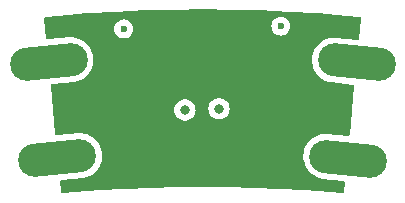
<source format=gbr>
%TF.GenerationSoftware,KiCad,Pcbnew,8.0.2-1*%
%TF.CreationDate,2024-08-19T11:26:23+02:00*%
%TF.ProjectId,PUMA_PCB_REV2,50554d41-5f50-4434-925f-524556322e6b,rev?*%
%TF.SameCoordinates,Original*%
%TF.FileFunction,Copper,L2,Inr*%
%TF.FilePolarity,Positive*%
%FSLAX46Y46*%
G04 Gerber Fmt 4.6, Leading zero omitted, Abs format (unit mm)*
G04 Created by KiCad (PCBNEW 8.0.2-1) date 2024-08-19 11:26:23*
%MOMM*%
%LPD*%
G01*
G04 APERTURE LIST*
G04 Aperture macros list*
%AMHorizOval*
0 Thick line with rounded ends*
0 $1 width*
0 $2 $3 position (X,Y) of the first rounded end (center of the circle)*
0 $4 $5 position (X,Y) of the second rounded end (center of the circle)*
0 Add line between two ends*
20,1,$1,$2,$3,$4,$5,0*
0 Add two circle primitives to create the rounded ends*
1,1,$1,$2,$3*
1,1,$1,$4,$5*%
G04 Aperture macros list end*
%TA.AperFunction,ComponentPad*%
%ADD10HorizOval,2.800000X1.890802X0.186728X-1.890802X-0.186728X0*%
%TD*%
%TA.AperFunction,ComponentPad*%
%ADD11HorizOval,2.800000X1.890802X-0.186728X-1.890802X0.186728X0*%
%TD*%
%TA.AperFunction,ViaPad*%
%ADD12C,1.000000*%
%TD*%
%TA.AperFunction,ViaPad*%
%ADD13C,0.600000*%
%TD*%
%TA.AperFunction,ViaPad*%
%ADD14C,0.800000*%
%TD*%
G04 APERTURE END LIST*
D10*
%TO.N,N/C*%
%TO.C,H1*%
X86952580Y-87434452D03*
%TD*%
%TO.N,N/C*%
%TO.C,H2*%
X87710893Y-95553914D03*
%TD*%
D11*
%TO.N,*%
%TO.C,H3*%
X113052869Y-87485539D03*
%TD*%
%TO.N,*%
%TO.C,H4*%
X112321273Y-95623988D03*
%TD*%
D12*
%TO.N,GND*%
X96638147Y-90864525D03*
X98500000Y-84365929D03*
D13*
X103500000Y-92500000D03*
D12*
X107833548Y-91070020D03*
X106000000Y-95750000D03*
X107833548Y-92423625D03*
X103500000Y-91000000D03*
X107833548Y-93778630D03*
X100500000Y-96000000D03*
D13*
X96500000Y-92500000D03*
D12*
X99000000Y-96000000D03*
X101750000Y-84250000D03*
X91750000Y-89750000D03*
D13*
%TO.N,HV+*%
X93322070Y-84647999D03*
X106628810Y-84404476D03*
D14*
%TO.N,Net-(J2-SIGNAL)*%
X101388400Y-91400879D03*
%TO.N,Net-(J3-SIGNAL)*%
X98500000Y-91500000D03*
%TD*%
%TA.AperFunction,Conductor*%
%TO.N,GND*%
G36*
X102443268Y-83009334D02*
G01*
X102445287Y-83009370D01*
X104889484Y-83074819D01*
X104891648Y-83074897D01*
X107334274Y-83183990D01*
X107336325Y-83184100D01*
X109776610Y-83336801D01*
X109778671Y-83336948D01*
X112215960Y-83533217D01*
X112217848Y-83533385D01*
X113311132Y-83638655D01*
X113375974Y-83664674D01*
X113416457Y-83721620D01*
X113422647Y-83774245D01*
X113255414Y-85471167D01*
X113229250Y-85535953D01*
X113172213Y-85576309D01*
X113119826Y-85582406D01*
X111224886Y-85395269D01*
X111224882Y-85395269D01*
X110975882Y-85403355D01*
X110975876Y-85403355D01*
X110730069Y-85443872D01*
X110491652Y-85516128D01*
X110491648Y-85516129D01*
X110491647Y-85516130D01*
X110454719Y-85532850D01*
X110264690Y-85618890D01*
X110053102Y-85750386D01*
X109943028Y-85840673D01*
X109860476Y-85908386D01*
X109860473Y-85908388D01*
X109860473Y-85908389D01*
X109690123Y-86090175D01*
X109690120Y-86090178D01*
X109544964Y-86292632D01*
X109544962Y-86292636D01*
X109427460Y-86512327D01*
X109339644Y-86745462D01*
X109339642Y-86745469D01*
X109283011Y-86988061D01*
X109283008Y-86988077D01*
X109258525Y-87235990D01*
X109266611Y-87484992D01*
X109266611Y-87485001D01*
X109307128Y-87730808D01*
X109363902Y-87918139D01*
X109379386Y-87969231D01*
X109459013Y-88145096D01*
X109482146Y-88196187D01*
X109613642Y-88407775D01*
X109613645Y-88407779D01*
X109613646Y-88407780D01*
X109771642Y-88600402D01*
X109940347Y-88758493D01*
X109953431Y-88770754D01*
X109953434Y-88770757D01*
X110155888Y-88915913D01*
X110155890Y-88915914D01*
X110155897Y-88915919D01*
X110375579Y-89033416D01*
X110473097Y-89070148D01*
X110608718Y-89121233D01*
X110608725Y-89121235D01*
X110749687Y-89154141D01*
X110851328Y-89177869D01*
X112747092Y-89365087D01*
X112811873Y-89391265D01*
X112852217Y-89448310D01*
X112858308Y-89500648D01*
X112454047Y-93602725D01*
X112427883Y-93667511D01*
X112370846Y-93707867D01*
X112318459Y-93713964D01*
X110493290Y-93533718D01*
X110493286Y-93533718D01*
X110244286Y-93541804D01*
X110244280Y-93541804D01*
X109998473Y-93582321D01*
X109760056Y-93654577D01*
X109760052Y-93654578D01*
X109760051Y-93654579D01*
X109646575Y-93705958D01*
X109533094Y-93757339D01*
X109321506Y-93888835D01*
X109214317Y-93976756D01*
X109128880Y-94046835D01*
X109128877Y-94046837D01*
X109128877Y-94046838D01*
X108958527Y-94228624D01*
X108958524Y-94228627D01*
X108813368Y-94431081D01*
X108813366Y-94431085D01*
X108695864Y-94650776D01*
X108608048Y-94883911D01*
X108608046Y-94883918D01*
X108551415Y-95126510D01*
X108551412Y-95126526D01*
X108526929Y-95374439D01*
X108526929Y-95374443D01*
X108526929Y-95374445D01*
X108532740Y-95553376D01*
X108535015Y-95623441D01*
X108535015Y-95623450D01*
X108575532Y-95869257D01*
X108626553Y-96037606D01*
X108647790Y-96107680D01*
X108750548Y-96334632D01*
X108750550Y-96334636D01*
X108882046Y-96546224D01*
X108882049Y-96546228D01*
X108882050Y-96546229D01*
X109040046Y-96738851D01*
X109147060Y-96839132D01*
X109221835Y-96909203D01*
X109221838Y-96909206D01*
X109424292Y-97054362D01*
X109424294Y-97054363D01*
X109424301Y-97054368D01*
X109643983Y-97171865D01*
X109777710Y-97222236D01*
X109877122Y-97259682D01*
X109877129Y-97259684D01*
X110002981Y-97289063D01*
X110119732Y-97316318D01*
X111945727Y-97496645D01*
X112010506Y-97522823D01*
X112050850Y-97579868D01*
X112056941Y-97632206D01*
X111975114Y-98462518D01*
X111948950Y-98527304D01*
X111891913Y-98567660D01*
X111839827Y-98573786D01*
X110878582Y-98481231D01*
X108706751Y-98306337D01*
X106532129Y-98170257D01*
X104355536Y-98073037D01*
X102177387Y-98014698D01*
X99998658Y-97995266D01*
X97819873Y-98014747D01*
X95641838Y-98073131D01*
X93465191Y-98170401D01*
X93465161Y-98170402D01*
X93465158Y-98170403D01*
X93275208Y-98182293D01*
X91290573Y-98306529D01*
X89118739Y-98481470D01*
X88157479Y-98574049D01*
X88088862Y-98560882D01*
X88038255Y-98512707D01*
X88022192Y-98462804D01*
X87993321Y-98170403D01*
X87933668Y-97566257D01*
X87946670Y-97497610D01*
X87994723Y-97446888D01*
X88044877Y-97430676D01*
X89912434Y-97246244D01*
X90105640Y-97201141D01*
X90155036Y-97189610D01*
X90155043Y-97189608D01*
X90202145Y-97171866D01*
X90388183Y-97101791D01*
X90607865Y-96984294D01*
X90810333Y-96839128D01*
X90992120Y-96668777D01*
X91150116Y-96476155D01*
X91281619Y-96264558D01*
X91384377Y-96037606D01*
X91456633Y-95799185D01*
X91497151Y-95553371D01*
X91505237Y-95304371D01*
X91480753Y-95056447D01*
X91430989Y-94843270D01*
X91424120Y-94813844D01*
X91424119Y-94813842D01*
X91424118Y-94813841D01*
X91424118Y-94813838D01*
X91336300Y-94580698D01*
X91218803Y-94361016D01*
X91218795Y-94361006D01*
X91218793Y-94361001D01*
X91073642Y-94158555D01*
X91073633Y-94158543D01*
X90903281Y-93976756D01*
X90710667Y-93818767D01*
X90710659Y-93818761D01*
X90499071Y-93687265D01*
X90499067Y-93687263D01*
X90272116Y-93584505D01*
X90272111Y-93584503D01*
X90272110Y-93584503D01*
X90033691Y-93512247D01*
X90033692Y-93512247D01*
X89787880Y-93471730D01*
X89538880Y-93463644D01*
X89538878Y-93463644D01*
X89538873Y-93463644D01*
X87671396Y-93648068D01*
X87602747Y-93635067D01*
X87552024Y-93587015D01*
X87535810Y-93536854D01*
X87334694Y-91500000D01*
X97594540Y-91500000D01*
X97614326Y-91688256D01*
X97614327Y-91688259D01*
X97672818Y-91868277D01*
X97672821Y-91868284D01*
X97767467Y-92032216D01*
X97804880Y-92073767D01*
X97894129Y-92172888D01*
X98047265Y-92284148D01*
X98047270Y-92284151D01*
X98220192Y-92361142D01*
X98220197Y-92361144D01*
X98405354Y-92400500D01*
X98405355Y-92400500D01*
X98594644Y-92400500D01*
X98594646Y-92400500D01*
X98779803Y-92361144D01*
X98952730Y-92284151D01*
X99105871Y-92172888D01*
X99232533Y-92032216D01*
X99327179Y-91868284D01*
X99385674Y-91688256D01*
X99405460Y-91500000D01*
X99395042Y-91400879D01*
X100482940Y-91400879D01*
X100502726Y-91589135D01*
X100502727Y-91589138D01*
X100561218Y-91769156D01*
X100561221Y-91769163D01*
X100655867Y-91933095D01*
X100745116Y-92032216D01*
X100782529Y-92073767D01*
X100935665Y-92185027D01*
X100935670Y-92185030D01*
X101108592Y-92262021D01*
X101108597Y-92262023D01*
X101293754Y-92301379D01*
X101293755Y-92301379D01*
X101483044Y-92301379D01*
X101483046Y-92301379D01*
X101668203Y-92262023D01*
X101841130Y-92185030D01*
X101994271Y-92073767D01*
X102120933Y-91933095D01*
X102215579Y-91769163D01*
X102274074Y-91589135D01*
X102293860Y-91400879D01*
X102274074Y-91212623D01*
X102215579Y-91032595D01*
X102120933Y-90868663D01*
X101994271Y-90727991D01*
X101977558Y-90715848D01*
X101841134Y-90616730D01*
X101841129Y-90616727D01*
X101668207Y-90539736D01*
X101668202Y-90539734D01*
X101522401Y-90508744D01*
X101483046Y-90500379D01*
X101293754Y-90500379D01*
X101261297Y-90507277D01*
X101108597Y-90539734D01*
X101108592Y-90539736D01*
X100935670Y-90616727D01*
X100935665Y-90616730D01*
X100782529Y-90727990D01*
X100655866Y-90868664D01*
X100561221Y-91032594D01*
X100561218Y-91032601D01*
X100529014Y-91131716D01*
X100502726Y-91212623D01*
X100482940Y-91400879D01*
X99395042Y-91400879D01*
X99385674Y-91311744D01*
X99327179Y-91131716D01*
X99232533Y-90967784D01*
X99105871Y-90827112D01*
X99105870Y-90827111D01*
X98952734Y-90715851D01*
X98952729Y-90715848D01*
X98779807Y-90638857D01*
X98779802Y-90638855D01*
X98634001Y-90607865D01*
X98594646Y-90599500D01*
X98405354Y-90599500D01*
X98372897Y-90606398D01*
X98220197Y-90638855D01*
X98220192Y-90638857D01*
X98047270Y-90715848D01*
X98047265Y-90715851D01*
X97894129Y-90827111D01*
X97767466Y-90967785D01*
X97672821Y-91131715D01*
X97672818Y-91131722D01*
X97614327Y-91311740D01*
X97614326Y-91311744D01*
X97594540Y-91500000D01*
X87334694Y-91500000D01*
X87132383Y-89451038D01*
X87145385Y-89382391D01*
X87193438Y-89331669D01*
X87243589Y-89315458D01*
X89154121Y-89126782D01*
X89310667Y-89090236D01*
X89396723Y-89070148D01*
X89396730Y-89070146D01*
X89416519Y-89062692D01*
X89629870Y-88982329D01*
X89849552Y-88864832D01*
X90052020Y-88719666D01*
X90233807Y-88549315D01*
X90391803Y-88356693D01*
X90523306Y-88145096D01*
X90626064Y-87918144D01*
X90698320Y-87679723D01*
X90738838Y-87433909D01*
X90746924Y-87184909D01*
X90722440Y-86936985D01*
X90698711Y-86835340D01*
X90665807Y-86694382D01*
X90665806Y-86694380D01*
X90665805Y-86694379D01*
X90665805Y-86694376D01*
X90577987Y-86461236D01*
X90460490Y-86241554D01*
X90460482Y-86241544D01*
X90460480Y-86241539D01*
X90315329Y-86039093D01*
X90315320Y-86039081D01*
X90144968Y-85857294D01*
X89952354Y-85699305D01*
X89952346Y-85699299D01*
X89740758Y-85567803D01*
X89740754Y-85567801D01*
X89513803Y-85465043D01*
X89513798Y-85465041D01*
X89513797Y-85465041D01*
X89275378Y-85392785D01*
X89275379Y-85392785D01*
X89029567Y-85352268D01*
X88780567Y-85344182D01*
X88780565Y-85344182D01*
X88780560Y-85344182D01*
X86870111Y-85532850D01*
X86801462Y-85519849D01*
X86750739Y-85471797D01*
X86734525Y-85421636D01*
X86658137Y-84647995D01*
X92516505Y-84647995D01*
X92516505Y-84648002D01*
X92536700Y-84827248D01*
X92536701Y-84827253D01*
X92596281Y-84997522D01*
X92679689Y-85130264D01*
X92692254Y-85150261D01*
X92819808Y-85277815D01*
X92972548Y-85373788D01*
X93057046Y-85403355D01*
X93142815Y-85433367D01*
X93142820Y-85433368D01*
X93322066Y-85453564D01*
X93322070Y-85453564D01*
X93322074Y-85453564D01*
X93501319Y-85433368D01*
X93501322Y-85433367D01*
X93501325Y-85433367D01*
X93671592Y-85373788D01*
X93824332Y-85277815D01*
X93951886Y-85150261D01*
X94047859Y-84997521D01*
X94107438Y-84827254D01*
X94127635Y-84647999D01*
X94120393Y-84583725D01*
X94107439Y-84468749D01*
X94107438Y-84468744D01*
X94084948Y-84404472D01*
X105823245Y-84404472D01*
X105823245Y-84404479D01*
X105843440Y-84583725D01*
X105843441Y-84583730D01*
X105903021Y-84753999D01*
X105949047Y-84827248D01*
X105998994Y-84906738D01*
X106126548Y-85034292D01*
X106279288Y-85130265D01*
X106449555Y-85189844D01*
X106449560Y-85189845D01*
X106628806Y-85210041D01*
X106628810Y-85210041D01*
X106628814Y-85210041D01*
X106808059Y-85189845D01*
X106808062Y-85189844D01*
X106808065Y-85189844D01*
X106978332Y-85130265D01*
X107131072Y-85034292D01*
X107258626Y-84906738D01*
X107354599Y-84753998D01*
X107414178Y-84583731D01*
X107414179Y-84583725D01*
X107434375Y-84404479D01*
X107434375Y-84404472D01*
X107414179Y-84225226D01*
X107414178Y-84225221D01*
X107354598Y-84054952D01*
X107258625Y-83902213D01*
X107131072Y-83774660D01*
X106978333Y-83678687D01*
X106808064Y-83619107D01*
X106808059Y-83619106D01*
X106628814Y-83598911D01*
X106628806Y-83598911D01*
X106449560Y-83619106D01*
X106449555Y-83619107D01*
X106279286Y-83678687D01*
X106126547Y-83774660D01*
X105998994Y-83902213D01*
X105903021Y-84054952D01*
X105843441Y-84225221D01*
X105843440Y-84225226D01*
X105823245Y-84404472D01*
X94084948Y-84404472D01*
X94047858Y-84298475D01*
X93951885Y-84145736D01*
X93824332Y-84018183D01*
X93671593Y-83922210D01*
X93501324Y-83862630D01*
X93501319Y-83862629D01*
X93322074Y-83842434D01*
X93322066Y-83842434D01*
X93142820Y-83862629D01*
X93142815Y-83862630D01*
X92972546Y-83922210D01*
X92819807Y-84018183D01*
X92692254Y-84145736D01*
X92596281Y-84298475D01*
X92536701Y-84468744D01*
X92536700Y-84468749D01*
X92516505Y-84647995D01*
X86658137Y-84647995D01*
X86571919Y-83774796D01*
X86584921Y-83706149D01*
X86632974Y-83655427D01*
X86683424Y-83639186D01*
X87776822Y-83533861D01*
X87778564Y-83533707D01*
X90215834Y-83337342D01*
X90217845Y-83337197D01*
X92658281Y-83184389D01*
X92660270Y-83184283D01*
X95102858Y-83075093D01*
X95105054Y-83075015D01*
X97549115Y-83009471D01*
X97551262Y-83009432D01*
X99996252Y-82987548D01*
X99998267Y-82987548D01*
X102443268Y-83009334D01*
G37*
%TD.AperFunction*%
%TD*%
M02*

</source>
